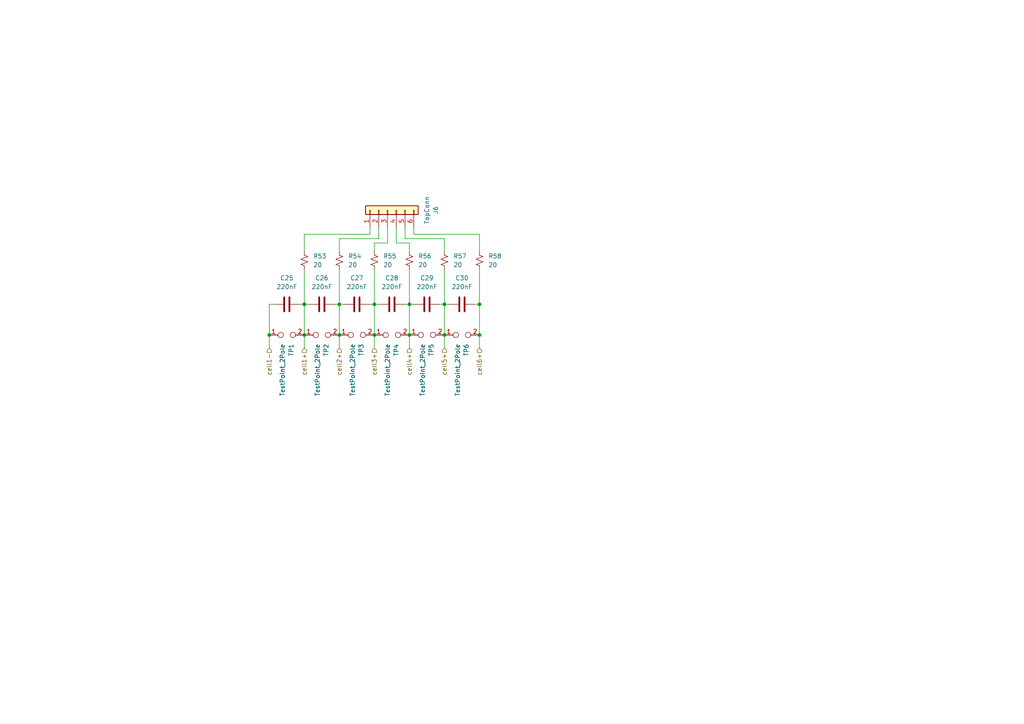
<source format=kicad_sch>
(kicad_sch (version 20231120) (generator "eeschema") (generator_version "8.0")
  (paper "A4")
  (lib_symbols
    (symbol "Connector:TestPoint_2Pole" (pin_names (offset 0.762) hide)
      (property "Reference" "TP" (at 0 1.524 0))
      (property "Value" "TestPoint_2Pole" (at 0 -1.778 0))
      (symbol "TestPoint_2Pole_0_1"
        (circle (center -1.778 0) (radius 0.762))
        (circle (center 1.778 0) (radius 0.762))
        (pin passive line (at -5.08 0 0) (length 2.54) (name "1") (number "1"))
        (pin passive line (at 5.08 0 180) (length 2.54) (name "2") (number "2"))
      )
    )
    (symbol "Connector_Generic:Conn_01x06" (pin_names (offset 1.016) hide)
      (property "Reference" "J" (at 0 7.62 0))
      (property "Value" "Conn_01x06" (at 0 -10.16 0))
      (symbol "Conn_01x06_1_1"
        (rectangle (start -1.27 -7.493) (end 0 -7.747) (stroke (width 0.1524)))
        (rectangle (start -1.27 -4.953) (end 0 -5.207) (stroke (width 0.1524)))
        (rectangle (start -1.27 -2.413) (end 0 -2.667) (stroke (width 0.1524)))
        (rectangle (start -1.27 0.127) (end 0 -0.127) (stroke (width 0.1524)))
        (rectangle (start -1.27 2.667) (end 0 2.413) (stroke (width 0.1524)))
        (rectangle (start -1.27 5.207) (end 0 4.953) (stroke (width 0.1524)))
        (rectangle (start -1.27 6.35) (end 1.27 -8.89) (stroke (width 0.254)) (fill (type background)))
        (pin passive line (at -5.08 5.08 0) (length 3.81) (name "Pin_1") (number "1"))
        (pin passive line (at -5.08 2.54 0) (length 3.81) (name "Pin_2") (number "2"))
        (pin passive line (at -5.08 0 0) (length 3.81) (name "Pin_3") (number "3"))
        (pin passive line (at -5.08 -2.54 0) (length 3.81) (name "Pin_4") (number "4"))
        (pin passive line (at -5.08 -5.08 0) (length 3.81) (name "Pin_5") (number "5"))
        (pin passive line (at -5.08 -7.62 0) (length 3.81) (name "Pin_6") (number "6"))
      )
    )
    (symbol "Device:C" (pin_numbers hide) (pin_names (offset 0.254))
      (property "Reference" "C" (at 0.635 2.54 0))
      (property "Value" "C" (at 0.635 -2.54 0))
      (symbol "C_0_1"
        (polyline (pts (xy -2.032 -0.762) (xy 2.032 -0.762)) (stroke (width 0.508)))
        (polyline (pts (xy -2.032 0.762) (xy 2.032 0.762)) (stroke (width 0.508)))
      )
      (symbol "C_1_1"
        (pin passive line (at 0 3.81 270) (length 2.794) (name "~") (number "1"))
        (pin passive line (at 0 -3.81 90) (length 2.794) (name "~") (number "2"))
      )
    )
    (symbol "Device:R_Small_US" (pin_numbers hide) (pin_names (offset 0.254) hide)
      (property "Reference" "R" (at 0.762 0.508 0))
      (property "Value" "R_Small_US" (at 0.762 -1.016 0))
      (symbol "R_Small_US_1_1"
        (polyline (pts (xy 0 0) (xy 1.016 -0.381) (xy 0 -0.762) (xy -1.016 -1.143) (xy 0 -1.524)))
        (polyline (pts (xy 0 1.524) (xy 1.016 1.143) (xy 0 0.762) (xy -1.016 0.381) (xy 0 0)))
        (pin passive line (at 0 2.54 270) (length 1.016) (name "~") (number "1"))
        (pin passive line (at 0 -2.54 90) (length 1.016) (name "~") (number "2"))
      )
    )
  )
  (junction (at 108.585 97.155))
  (junction (at 139.065 88.265))
  (junction (at 98.425 88.265))
  (junction (at 88.265 88.265))
  (junction (at 88.265 97.155))
  (junction (at 128.905 88.265))
  (junction (at 118.745 88.265))
  (junction (at 139.065 97.155))
  (junction (at 128.905 97.155))
  (junction (at 98.425 97.155))
  (junction (at 108.585 88.265))
  (junction (at 78.105 97.155))
  (junction (at 118.745 97.155))
  (wire (pts (xy 128.905 69.215) (xy 128.905 73.025)))
  (wire (pts (xy 88.265 67.945) (xy 88.265 73.025)))
  (wire (pts (xy 139.065 88.265) (xy 139.065 97.155)))
  (wire (pts (xy 88.265 88.265) (xy 88.265 97.155)))
  (wire (pts (xy 108.585 78.105) (xy 108.585 88.265)))
  (wire (pts (xy 88.265 88.265) (xy 89.535 88.265)))
  (wire (pts (xy 108.585 70.485) (xy 108.585 73.025)))
  (wire (pts (xy 108.585 88.265) (xy 107.315 88.265)))
  (wire (pts (xy 109.855 69.215) (xy 98.425 69.215)))
  (wire (pts (xy 78.105 97.155) (xy 78.105 100.965)))
  (wire (pts (xy 98.425 78.105) (xy 98.425 88.265)))
  (wire (pts (xy 108.585 88.265) (xy 109.855 88.265)))
  (wire (pts (xy 107.315 66.04) (xy 107.315 67.945)))
  (wire (pts (xy 117.475 69.215) (xy 128.905 69.215)))
  (wire (pts (xy 118.745 88.265) (xy 117.475 88.265)))
  (wire (pts (xy 114.935 66.04) (xy 114.935 70.485)))
  (wire (pts (xy 108.585 88.265) (xy 108.585 97.155)))
  (wire (pts (xy 139.065 78.105) (xy 139.065 88.265)))
  (wire (pts (xy 98.425 88.265) (xy 97.155 88.265)))
  (wire (pts (xy 98.425 69.215) (xy 98.425 73.025)))
  (wire (pts (xy 117.475 66.04) (xy 117.475 69.215)))
  (wire (pts (xy 88.265 78.105) (xy 88.265 88.265)))
  (wire (pts (xy 139.065 88.265) (xy 137.795 88.265)))
  (wire (pts (xy 118.745 88.265) (xy 118.745 97.155)))
  (wire (pts (xy 112.395 66.04) (xy 112.395 70.485)))
  (wire (pts (xy 118.745 70.485) (xy 118.745 73.025)))
  (wire (pts (xy 128.905 78.105) (xy 128.905 88.265)))
  (wire (pts (xy 108.585 97.155) (xy 108.585 100.965)))
  (wire (pts (xy 139.065 67.945) (xy 139.065 73.025)))
  (wire (pts (xy 79.375 88.265) (xy 78.105 88.265)))
  (wire (pts (xy 128.905 88.265) (xy 128.905 97.155)))
  (wire (pts (xy 109.855 66.04) (xy 109.855 69.215)))
  (wire (pts (xy 98.425 88.265) (xy 98.425 97.155)))
  (wire (pts (xy 139.065 97.155) (xy 139.065 100.965)))
  (wire (pts (xy 128.905 88.265) (xy 130.175 88.265)))
  (wire (pts (xy 78.105 88.265) (xy 78.105 97.155)))
  (wire (pts (xy 98.425 88.265) (xy 99.695 88.265)))
  (wire (pts (xy 88.265 97.155) (xy 88.265 100.965)))
  (wire (pts (xy 120.015 67.945) (xy 139.065 67.945)))
  (wire (pts (xy 118.745 78.105) (xy 118.745 88.265)))
  (wire (pts (xy 120.015 66.04) (xy 120.015 67.945)))
  (wire (pts (xy 112.395 70.485) (xy 108.585 70.485)))
  (wire (pts (xy 114.935 70.485) (xy 118.745 70.485)))
  (wire (pts (xy 118.745 97.155) (xy 118.745 100.965)))
  (wire (pts (xy 86.995 88.265) (xy 88.265 88.265)))
  (wire (pts (xy 98.425 97.155) (xy 98.425 100.965)))
  (wire (pts (xy 107.315 67.945) (xy 88.265 67.945)))
  (wire (pts (xy 118.745 88.265) (xy 120.015 88.265)))
  (wire (pts (xy 128.905 97.155) (xy 128.905 100.965)))
  (wire (pts (xy 128.905 88.265) (xy 127.635 88.265)))
  (hierarchical_label "cell4+" (shape input) (at 118.745 100.965 270))
  (hierarchical_label "cell3+" (shape input) (at 108.585 100.965 270))
  (hierarchical_label "cell1+" (shape input) (at 88.265 100.965 270))
  (hierarchical_label "cell5+" (shape input) (at 128.905 100.965 270))
  (hierarchical_label "cell2+" (shape input) (at 98.425 100.965 270))
  (hierarchical_label "cell1-" (shape input) (at 78.105 100.965 270))
  (hierarchical_label "cell6+" (shape input) (at 139.065 100.965 270))
  (symbol (lib_id "Device:R_Small_US") (at 98.425 75.565 0) (unit 1)
    (property "Reference" "R54" (at 100.965 74.295 0) (effects (justify left)))
    (property "Value" "20" (at 100.965 76.835 0) (effects (justify left)))
    (property "Footprint" "Resistor_SMD:R_0805_2012Metric" (effects (hide yes)))
    (instances (project "BPS-Minion" (path "" (reference "R54") (unit 1)) (path "" (reference "R60") (unit 1)) (path "" (reference "R66") (unit 1)) (path "" (reference "R72") (unit 1)) (path "" (reference "R78") (unit 1)) (path "" (reference "R84") (unit 1))))
  )
  (symbol (lib_id "Connector_Generic:Conn_01x06") (at 112.395 60.96 90) (unit 1)
    (property "Reference" "J6" (at 126.365 60.96 0))
    (property "Value" "TopConn" (at 123.825 60.96 0))
    (property "Footprint" "Connector_Molex:Molex_Micro-Fit_3.0_43650-0600_1x06_P3.00mm_Horizontal" (effects (hide yes)))
    (instances (project "BPS-Minion" (path "" (reference "J6") (unit 1)) (path "" (reference "J7") (unit 1)) (path "" (reference "J8") (unit 1)) (path "" (reference "J9") (unit 1)) (path "" (reference "J10") (unit 1)) (path "" (reference "J11") (unit 1))))
  )
  (symbol (lib_id "Device:C") (at 133.985 88.265 270) (unit 1)
    (property "Reference" "C30" (at 133.985 80.645 90))
    (property "Value" "220nF" (at 133.985 83.185 90))
    (property "Footprint" "Capacitor_SMD:C_0805_2012Metric" (effects (hide yes)))
    (instances (project "BPS-Minion" (path "" (reference "C30") (unit 1)) (path "" (reference "C36") (unit 1)) (path "" (reference "C42") (unit 1)) (path "" (reference "C48") (unit 1)) (path "" (reference "C54") (unit 1)) (path "" (reference "C60") (unit 1))))
  )
  (symbol (lib_id "Connector:TestPoint_2Pole") (at 83.185 97.155 0) (unit 1)
    (property "Reference" "TP1" (at 84.455 99.695 90) (effects (justify right)))
    (property "Value" "TestPoint_2Pole" (at 81.915 99.695 90) (effects (justify right)))
    (property "Footprint" "Jumper:SolderJumper-2_P1.3mm_Open_RoundedPad1.0x1.5mm" (effects (hide yes)))
    (instances (project "BPS-Minion" (path "" (reference "TP1") (unit 1)) (path "" (reference "TP7") (unit 1)) (path "" (reference "TP13") (unit 1)) (path "" (reference "TP19") (unit 1)) (path "" (reference "TP25") (unit 1)) (path "" (reference "TP31") (unit 1))))
  )
  (symbol (lib_id "Device:R_Small_US") (at 118.745 75.565 0) (unit 1)
    (property "Reference" "R56" (at 121.285 74.295 0) (effects (justify left)))
    (property "Value" "20" (at 121.285 76.835 0) (effects (justify left)))
    (property "Footprint" "Resistor_SMD:R_0805_2012Metric" (effects (hide yes)))
    (instances (project "BPS-Minion" (path "" (reference "R56") (unit 1)) (path "" (reference "R62") (unit 1)) (path "" (reference "R68") (unit 1)) (path "" (reference "R74") (unit 1)) (path "" (reference "R80") (unit 1)) (path "" (reference "R86") (unit 1))))
  )
  (symbol (lib_id "Connector:TestPoint_2Pole") (at 93.345 97.155 0) (unit 1)
    (property "Reference" "TP2" (at 94.615 99.695 90) (effects (justify right)))
    (property "Value" "TestPoint_2Pole" (at 92.075 99.695 90) (effects (justify right)))
    (property "Footprint" "Jumper:SolderJumper-2_P1.3mm_Open_RoundedPad1.0x1.5mm" (effects (hide yes)))
    (instances (project "BPS-Minion" (path "" (reference "TP2") (unit 1)) (path "" (reference "TP8") (unit 1)) (path "" (reference "TP14") (unit 1)) (path "" (reference "TP20") (unit 1)) (path "" (reference "TP26") (unit 1)) (path "" (reference "TP32") (unit 1))))
  )
  (symbol (lib_id "Device:C") (at 113.665 88.265 270) (unit 1)
    (property "Reference" "C28" (at 113.665 80.645 90))
    (property "Value" "220nF" (at 113.665 83.185 90))
    (property "Footprint" "Capacitor_SMD:C_0805_2012Metric" (effects (hide yes)))
    (instances (project "BPS-Minion" (path "" (reference "C28") (unit 1)) (path "" (reference "C34") (unit 1)) (path "" (reference "C40") (unit 1)) (path "" (reference "C46") (unit 1)) (path "" (reference "C52") (unit 1)) (path "" (reference "C58") (unit 1))))
  )
  (symbol (lib_id "Device:R_Small_US") (at 108.585 75.565 0) (unit 1)
    (property "Reference" "R55" (at 111.125 74.295 0) (effects (justify left)))
    (property "Value" "20" (at 111.125 76.835 0) (effects (justify left)))
    (property "Footprint" "Resistor_SMD:R_0805_2012Metric" (effects (hide yes)))
    (instances (project "BPS-Minion" (path "" (reference "R55") (unit 1)) (path "" (reference "R61") (unit 1)) (path "" (reference "R67") (unit 1)) (path "" (reference "R73") (unit 1)) (path "" (reference "R79") (unit 1)) (path "" (reference "R85") (unit 1))))
  )
  (symbol (lib_id "Connector:TestPoint_2Pole") (at 133.985 97.155 0) (unit 1)
    (property "Reference" "TP6" (at 135.255 99.695 90) (effects (justify right)))
    (property "Value" "TestPoint_2Pole" (at 132.715 99.695 90) (effects (justify right)))
    (property "Footprint" "Jumper:SolderJumper-2_P1.3mm_Open_RoundedPad1.0x1.5mm" (effects (hide yes)))
    (instances (project "BPS-Minion" (path "" (reference "TP6") (unit 1)) (path "" (reference "TP12") (unit 1)) (path "" (reference "TP18") (unit 1)) (path "" (reference "TP24") (unit 1)) (path "" (reference "TP30") (unit 1)) (path "" (reference "TP36") (unit 1))))
  )
  (symbol (lib_id "Device:C") (at 83.185 88.265 270) (unit 1)
    (property "Reference" "C25" (at 83.185 80.645 90))
    (property "Value" "220nF" (at 83.185 83.185 90))
    (property "Footprint" "Capacitor_SMD:C_0805_2012Metric" (effects (hide yes)))
    (instances (project "BPS-Minion" (path "" (reference "C25") (unit 1)) (path "" (reference "C31") (unit 1)) (path "" (reference "C37") (unit 1)) (path "" (reference "C43") (unit 1)) (path "" (reference "C49") (unit 1)) (path "" (reference "C55") (unit 1))))
  )
  (symbol (lib_id "Device:R_Small_US") (at 88.265 75.565 0) (unit 1)
    (property "Reference" "R53" (at 90.805 74.295 0) (effects (justify left)))
    (property "Value" "20" (at 90.805 76.835 0) (effects (justify left)))
    (property "Footprint" "Resistor_SMD:R_0805_2012Metric" (effects (hide yes)))
    (instances (project "BPS-Minion" (path "" (reference "R53") (unit 1)) (path "" (reference "R59") (unit 1)) (path "" (reference "R65") (unit 1)) (path "" (reference "R71") (unit 1)) (path "" (reference "R77") (unit 1)) (path "" (reference "R83") (unit 1))))
  )
  (symbol (lib_id "Device:C") (at 103.505 88.265 270) (unit 1)
    (property "Reference" "C27" (at 103.505 80.645 90))
    (property "Value" "220nF" (at 103.505 83.185 90))
    (property "Footprint" "Capacitor_SMD:C_0805_2012Metric" (effects (hide yes)))
    (instances (project "BPS-Minion" (path "" (reference "C27") (unit 1)) (path "" (reference "C33") (unit 1)) (path "" (reference "C39") (unit 1)) (path "" (reference "C45") (unit 1)) (path "" (reference "C51") (unit 1)) (path "" (reference "C57") (unit 1))))
  )
  (symbol (lib_id "Device:R_Small_US") (at 139.065 75.565 0) (unit 1)
    (property "Reference" "R58" (at 141.605 74.295 0) (effects (justify left)))
    (property "Value" "20" (at 141.605 76.835 0) (effects (justify left)))
    (property "Footprint" "Resistor_SMD:R_0805_2012Metric" (effects (hide yes)))
    (instances (project "BPS-Minion" (path "" (reference "R58") (unit 1)) (path "" (reference "R64") (unit 1)) (path "" (reference "R70") (unit 1)) (path "" (reference "R76") (unit 1)) (path "" (reference "R82") (unit 1)) (path "" (reference "R88") (unit 1))))
  )
  (symbol (lib_id "Device:C") (at 93.345 88.265 270) (unit 1)
    (property "Reference" "C26" (at 93.345 80.645 90))
    (property "Value" "220nF" (at 93.345 83.185 90))
    (property "Footprint" "Capacitor_SMD:C_0805_2012Metric" (effects (hide yes)))
    (instances (project "BPS-Minion" (path "" (reference "C26") (unit 1)) (path "" (reference "C32") (unit 1)) (path "" (reference "C38") (unit 1)) (path "" (reference "C44") (unit 1)) (path "" (reference "C50") (unit 1)) (path "" (reference "C56") (unit 1))))
  )
  (symbol (lib_id "Device:R_Small_US") (at 128.905 75.565 0) (unit 1)
    (property "Reference" "R57" (at 131.445 74.295 0) (effects (justify left)))
    (property "Value" "20" (at 131.445 76.835 0) (effects (justify left)))
    (property "Footprint" "Resistor_SMD:R_0805_2012Metric" (effects (hide yes)))
    (instances (project "BPS-Minion" (path "" (reference "R57") (unit 1)) (path "" (reference "R63") (unit 1)) (path "" (reference "R69") (unit 1)) (path "" (reference "R75") (unit 1)) (path "" (reference "R81") (unit 1)) (path "" (reference "R87") (unit 1))))
  )
  (symbol (lib_id "Connector:TestPoint_2Pole") (at 103.505 97.155 0) (unit 1)
    (property "Reference" "TP3" (at 104.775 99.695 90) (effects (justify right)))
    (property "Value" "TestPoint_2Pole" (at 102.235 99.695 90) (effects (justify right)))
    (property "Footprint" "Jumper:SolderJumper-2_P1.3mm_Open_RoundedPad1.0x1.5mm" (effects (hide yes)))
    (instances (project "BPS-Minion" (path "" (reference "TP3") (unit 1)) (path "" (reference "TP9") (unit 1)) (path "" (reference "TP15") (unit 1)) (path "" (reference "TP21") (unit 1)) (path "" (reference "TP27") (unit 1)) (path "" (reference "TP33") (unit 1))))
  )
  (symbol (lib_id "Connector:TestPoint_2Pole") (at 123.825 97.155 0) (unit 1)
    (property "Reference" "TP5" (at 125.095 99.695 90) (effects (justify right)))
    (property "Value" "TestPoint_2Pole" (at 122.555 99.695 90) (effects (justify right)))
    (property "Footprint" "Jumper:SolderJumper-2_P1.3mm_Open_RoundedPad1.0x1.5mm" (effects (hide yes)))
    (instances (project "BPS-Minion" (path "" (reference "TP5") (unit 1)) (path "" (reference "TP11") (unit 1)) (path "" (reference "TP17") (unit 1)) (path "" (reference "TP23") (unit 1)) (path "" (reference "TP29") (unit 1)) (path "" (reference "TP35") (unit 1))))
  )
  (symbol (lib_id "Connector:TestPoint_2Pole") (at 113.665 97.155 0) (unit 1)
    (property "Reference" "TP4" (at 114.935 99.695 90) (effects (justify right)))
    (property "Value" "TestPoint_2Pole" (at 112.395 99.695 90) (effects (justify right)))
    (property "Footprint" "Jumper:SolderJumper-2_P1.3mm_Open_RoundedPad1.0x1.5mm" (effects (hide yes)))
    (instances (project "BPS-Minion" (path "" (reference "TP4") (unit 1)) (path "" (reference "TP10") (unit 1)) (path "" (reference "TP16") (unit 1)) (path "" (reference "TP22") (unit 1)) (path "" (reference "TP28") (unit 1)) (path "" (reference "TP34") (unit 1))))
  )
  (symbol (lib_id "Device:C") (at 123.825 88.265 270) (unit 1)
    (property "Reference" "C29" (at 123.825 80.645 90))
    (property "Value" "220nF" (at 123.825 83.185 90))
    (property "Footprint" "Capacitor_SMD:C_0805_2012Metric" (effects (hide yes)))
    (instances (project "BPS-Minion" (path "" (reference "C29") (unit 1)) (path "" (reference "C35") (unit 1)) (path "" (reference "C41") (unit 1)) (path "" (reference "C47") (unit 1)) (path "" (reference "C53") (unit 1)) (path "" (reference "C59") (unit 1))))
  )
)
</source>
